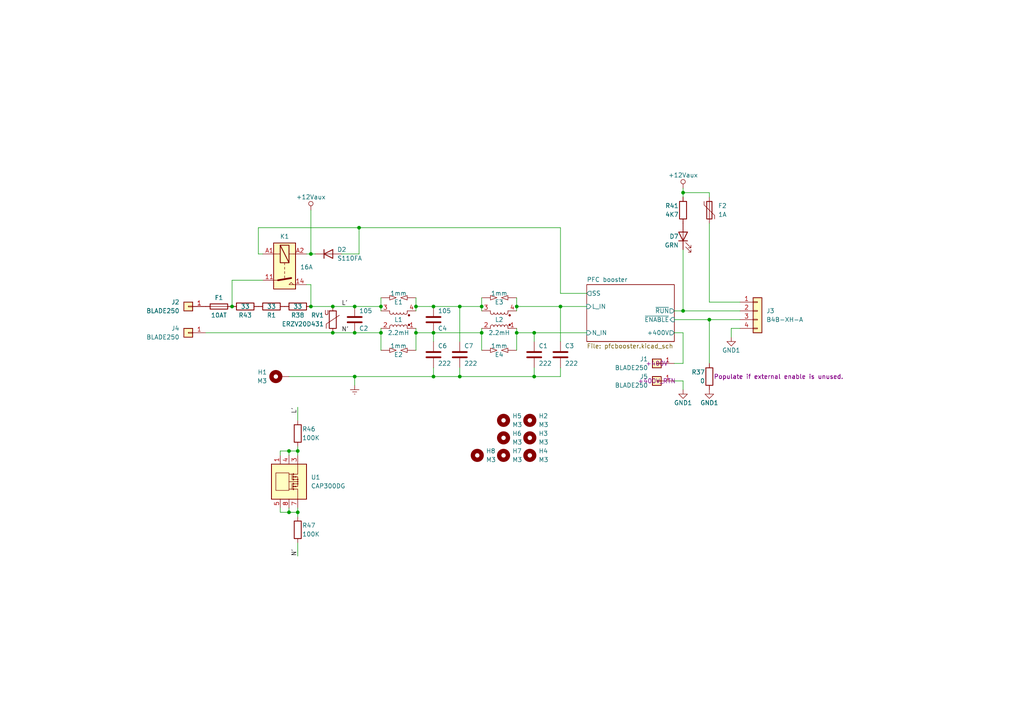
<source format=kicad_sch>
(kicad_sch (version 20231120) (generator "eeschema") (generator_version "8.0")
  (paper "A4")
  (title_block (title "Configurable 1.2kW PFC booster") (date "2025-01-03") (comment 1 "Released under CERN 0HL 2.0-S") (comment 2 "Copyright Taiyo Rawle 2025"))
  (lib_symbols
    (symbol "Connector_Generic:Conn_01x01" (pin_names (offset 1.016) hide)
      (property "Reference" "J" (at 0 2.54 0))
      (property "Value" "Conn_01x01" (at 0 -2.54 0))
      (symbol "Conn_01x01_1_1"
        (rectangle (start -1.27 0.127) (end 0 -0.127) (stroke (width 0.1524)))
        (rectangle (start -1.27 1.27) (end 1.27 -1.27) (stroke (width 0.254)) (fill (type background)))
        (pin passive line (at -5.08 0 0) (length 3.81) (name "Pin_1") (number "1"))
      )
    )
    (symbol "Connector_Generic:Conn_01x04" (pin_names (offset 1.016) hide)
      (property "Reference" "J" (at 0 5.08 0))
      (property "Value" "Conn_01x04" (at 0 -7.62 0))
      (symbol "Conn_01x04_1_1"
        (rectangle (start -1.27 -4.953) (end 0 -5.207) (stroke (width 0.1524)))
        (rectangle (start -1.27 -2.413) (end 0 -2.667) (stroke (width 0.1524)))
        (rectangle (start -1.27 0.127) (end 0 -0.127) (stroke (width 0.1524)))
        (rectangle (start -1.27 2.667) (end 0 2.413) (stroke (width 0.1524)))
        (rectangle (start -1.27 3.81) (end 1.27 -6.35) (stroke (width 0.254)) (fill (type background)))
        (pin passive line (at -5.08 2.54 0) (length 3.81) (name "Pin_1") (number "1"))
        (pin passive line (at -5.08 0 0) (length 3.81) (name "Pin_2") (number "2"))
        (pin passive line (at -5.08 -2.54 0) (length 3.81) (name "Pin_3") (number "3"))
        (pin passive line (at -5.08 -5.08 0) (length 3.81) (name "Pin_4") (number "4"))
      )
    )
    (symbol "Device:C" (pin_numbers hide) (pin_names (offset 0.254))
      (property "Reference" "C" (at 0.635 2.54 0))
      (property "Value" "C" (at 0.635 -2.54 0))
      (symbol "C_0_1"
        (polyline (pts (xy -2.032 -0.762) (xy 2.032 -0.762)) (stroke (width 0.508)))
        (polyline (pts (xy -2.032 0.762) (xy 2.032 0.762)) (stroke (width 0.508)))
      )
      (symbol "C_1_1"
        (pin passive line (at 0 3.81 270) (length 2.794) (name "~") (number "1"))
        (pin passive line (at 0 -3.81 90) (length 2.794) (name "~") (number "2"))
      )
    )
    (symbol "Device:D" (pin_numbers hide) (pin_names (offset 1.016) hide)
      (property "Reference" "D" (at 0 2.54 0))
      (property "Value" "D" (at 0 -2.54 0))
      (symbol "D_0_1"
        (polyline (pts (xy -1.27 1.27) (xy -1.27 -1.27)) (stroke (width 0.254)))
        (polyline (pts (xy 1.27 0) (xy -1.27 0)))
        (polyline (pts (xy 1.27 1.27) (xy 1.27 -1.27) (xy -1.27 0) (xy 1.27 1.27)) (stroke (width 0.254)))
      )
      (symbol "D_1_1"
        (pin passive line (at -3.81 0 0) (length 2.54) (name "K") (number "1"))
        (pin passive line (at 3.81 0 180) (length 2.54) (name "A") (number "2"))
      )
    )
    (symbol "Device:Fuse" (pin_numbers hide) (pin_names (offset 0))
      (property "Reference" "F" (at 2.032 0 90))
      (property "Value" "Fuse" (at -1.905 0 90))
      (symbol "Fuse_0_1"
        (rectangle (start -0.762 -2.54) (end 0.762 2.54) (stroke (width 0.254)))
        (polyline (pts (xy 0 2.54) (xy 0 -2.54)))
      )
      (symbol "Fuse_1_1"
        (pin passive line (at 0 3.81 270) (length 1.27) (name "~") (number "1"))
        (pin passive line (at 0 -3.81 90) (length 1.27) (name "~") (number "2"))
      )
    )
    (symbol "Device:LED" (pin_numbers hide) (pin_names (offset 1.016) hide)
      (property "Reference" "D" (at 0 2.54 0))
      (property "Value" "LED" (at 0 -2.54 0))
      (symbol "LED_0_1"
        (polyline (pts (xy -1.27 -1.27) (xy -1.27 1.27)) (stroke (width 0.254)))
        (polyline (pts (xy -1.27 0) (xy 1.27 0)))
        (polyline (pts (xy 1.27 -1.27) (xy 1.27 1.27) (xy -1.27 0) (xy 1.27 -1.27)) (stroke (width 0.254)))
        (polyline (pts (xy -3.048 -0.762) (xy -4.572 -2.286) (xy -3.81 -2.286) (xy -4.572 -2.286) (xy -4.572 -1.524)))
        (polyline (pts (xy -1.778 -0.762) (xy -3.302 -2.286) (xy -2.54 -2.286) (xy -3.302 -2.286) (xy -3.302 -1.524)))
      )
      (symbol "LED_1_1"
        (pin passive line (at -3.81 0 0) (length 2.54) (name "K") (number "1"))
        (pin passive line (at 3.81 0 180) (length 2.54) (name "A") (number "2"))
      )
    )
    (symbol "Device:L_Coupled_1243" (pin_names (offset 0.254) hide)
      (property "Reference" "L" (at 0 4.445 0))
      (property "Value" "L_Coupled_1243" (at 0 -4.445 0))
      (symbol "L_Coupled_1243_0_1"
        (circle (center -3.048 -1.27) (radius 0.254) (fill (type outline)))
        (circle (center -3.048 1.524) (radius 0.254) (fill (type outline)))
        (arc (start -2.54 2.032) (mid -2.032 1.5262) (end -1.524 2.032))
        (arc (start -1.524 -2.032) (mid -2.032 -1.5262) (end -2.54 -2.032))
        (arc (start -1.524 2.032) (mid -1.016 1.5262) (end -0.508 2.032))
        (arc (start -0.508 -2.032) (mid -1.016 -1.5262) (end -1.524 -2.032))
        (arc (start -0.508 2.032) (mid 0 1.5262) (end 0.508 2.032))
        (polyline (pts (xy -2.54 -2.032) (xy -2.54 -2.54)))
        (polyline (pts (xy -2.54 2.032) (xy -2.54 2.54)))
        (polyline (pts (xy 2.54 -2.032) (xy 2.54 -2.54)))
        (polyline (pts (xy 2.54 2.54) (xy 2.54 2.032)))
        (arc (start 0.508 -2.032) (mid 0 -1.5262) (end -0.508 -2.032))
        (arc (start 0.508 2.032) (mid 1.016 1.5262) (end 1.524 2.032))
        (arc (start 1.524 -2.032) (mid 1.016 -1.5262) (end 0.508 -2.032))
        (arc (start 1.524 2.032) (mid 2.032 1.5262) (end 2.54 2.032))
        (arc (start 2.54 -2.032) (mid 2.032 -1.5262) (end 1.524 -2.032))
      )
      (symbol "L_Coupled_1243_1_1"
        (pin passive line (at -5.08 2.54 0) (length 2.54) (name "1") (number "1"))
        (pin passive line (at 5.08 2.54 180) (length 2.54) (name "2") (number "2"))
        (pin passive line (at 5.08 -2.54 180) (length 2.54) (name "3") (number "3"))
        (pin passive line (at -5.08 -2.54 0) (length 2.54) (name "4") (number "4"))
      )
    )
    (symbol "Device:Polyfuse" (pin_numbers hide) (pin_names (offset 0))
      (property "Reference" "F" (at -2.54 0 90))
      (property "Value" "Polyfuse" (at 2.54 0 90))
      (symbol "Polyfuse_0_1"
        (rectangle (start -0.762 2.54) (end 0.762 -2.54) (stroke (width 0.254)))
        (polyline (pts (xy 0 2.54) (xy 0 -2.54)))
        (polyline (pts (xy -1.524 2.54) (xy -1.524 1.524) (xy 1.524 -1.524) (xy 1.524 -2.54)))
      )
      (symbol "Polyfuse_1_1"
        (pin passive line (at 0 3.81 270) (length 1.27) (name "~") (number "1"))
        (pin passive line (at 0 -3.81 90) (length 1.27) (name "~") (number "2"))
      )
    )
    (symbol "Device:R" (pin_numbers hide) (pin_names (offset 0))
      (property "Reference" "R" (at 2.032 0 90))
      (property "Value" "R" (at 0 0 90))
      (symbol "R_0_1"
        (rectangle (start -1.016 -2.54) (end 1.016 2.54) (stroke (width 0.254)))
      )
      (symbol "R_1_1"
        (pin passive line (at 0 3.81 270) (length 1.27) (name "~") (number "1"))
        (pin passive line (at 0 -3.81 90) (length 1.27) (name "~") (number "2"))
      )
    )
    (symbol "Device:SparkGap" (pin_numbers hide) (pin_names (offset 0))
      (property "Reference" "E" (at 0 2.032 0))
      (property "Value" "SparkGap" (at 0 -1.905 0))
      (symbol "SparkGap_0_1"
        (polyline (pts (xy -2.54 0.635) (xy -2.54 -0.635) (xy -0.635 0) (xy -2.54 0.635)))
        (polyline (pts (xy 2.54 0.635) (xy 2.54 -0.635) (xy 0.635 0) (xy 2.54 0.635)))
      )
      (symbol "SparkGap_1_1"
        (pin passive line (at -5.08 0 0) (length 2.54) (name "~") (number "1"))
        (pin passive line (at 5.08 0 180) (length 2.54) (name "~") (number "2"))
      )
    )
    (symbol "Device:Varistor" (pin_numbers hide) (pin_names (offset 0))
      (property "Reference" "RV" (at 3.175 0 90))
      (property "Value" "Varistor" (at -3.175 0 90))
      (symbol "Varistor_0_0"
        (text "U" (at -1.778 -2.032 0) (effects (font (size 1.27 1.27))))
      )
      (symbol "Varistor_0_1"
        (rectangle (start -1.016 -2.54) (end 1.016 2.54) (stroke (width 0.254)))
        (polyline (pts (xy -1.905 2.54) (xy -1.905 1.27) (xy 1.905 -1.27)))
      )
      (symbol "Varistor_1_1"
        (pin passive line (at 0 3.81 270) (length 1.27) (name "~") (number "1"))
        (pin passive line (at 0 -3.81 90) (length 1.27) (name "~") (number "2"))
      )
    )
    (symbol "HR-parts:+12Vaux" (power) (pin_numbers hide) (pin_names (offset 0))
      (property "Value" "+12Vaux" (at 0 3.81 0))
      (symbol "+12Vaux_0_0"
        (pin power_in line (at 0 0 90) (length 0) hide (name "+12Vaux") (number "1"))
      )
      (symbol "+12Vaux_0_1"
        (polyline (pts (xy 0 0) (xy 0 1.27)))
        (circle (center 0 1.905) (radius 0.635))
      )
    )
    (symbol "HR-parts:RELAY_GENERIC_SPNO"
      (property "Reference" "K" (at 0 8.89 0))
      (property "Value" "RELAY_GENERIC_SPNO" (at 0 -8.89 0))
      (symbol "RELAY_GENERIC_SPNO_0_1"
        (rectangle (start -3.175 6.985) (end 3.175 -6.35) (stroke (width 0.254)) (fill (type background)))
        (rectangle (start -1.27 6.35) (end 1.27 1.27) (stroke (width 0.254)))
        (polyline (pts (xy -2.54 3.81) (xy -1.27 3.81)))
        (polyline (pts (xy -1.905 -3.81) (xy -2.54 -3.81)))
        (polyline (pts (xy -1.905 -3.81) (xy 1.905 -3.175)) (stroke (width 0.508)))
        (polyline (pts (xy -1.27 6.35) (xy 1.27 1.27)) (stroke (width 0.254)))
        (polyline (pts (xy 0 -2.54) (xy 0 -3.175)))
        (polyline (pts (xy 0 -1.27) (xy 0 -1.905)))
        (polyline (pts (xy 0 0) (xy 0 -0.635)))
        (polyline (pts (xy 0 1.27) (xy 0 0.635)))
        (polyline (pts (xy 2.54 3.81) (xy 1.27 3.81)))
        (polyline (pts (xy 2.54 -5.08) (xy 1.27 -5.08) (xy 1.905 -4.445) (xy 2.54 -5.08)))
      )
      (symbol "RELAY_GENERIC_SPNO_1_1"
        (pin passive line (at -6.35 -3.81 0) (length 3.81) (name "") (number "11"))
        (pin passive line (at 6.35 -5.08 180) (length 3.81) (name "") (number "14"))
        (pin passive line (at -6.35 3.81 0) (length 3.81) (name "") (number "A1"))
        (pin passive line (at 6.35 3.81 180) (length 3.81) (name "") (number "A2"))
      )
    )
    (symbol "Mechanical:MountingHole" (pin_names (offset 1.016))
      (property "Reference" "H" (at 0 5.08 0))
      (property "Value" "MountingHole" (at 0 3.175 0))
      (symbol "MountingHole_0_1"
        (circle (center 0 0) (radius 1.27) (stroke (width 1.27)))
      )
    )
    (symbol "Mechanical:MountingHole_Pad" (pin_numbers hide) (pin_names (offset 1.016) hide)
      (property "Reference" "H" (at 0 6.35 0))
      (property "Value" "MountingHole_Pad" (at 0 4.445 0))
      (symbol "MountingHole_Pad_0_1"
        (circle (center 0 1.27) (radius 1.27) (stroke (width 1.27)))
      )
      (symbol "MountingHole_Pad_1_1"
        (pin input line (at 0 -2.54 90) (length 2.54) (name "1") (number "1"))
      )
    )
    (symbol "Power_Management:CAP300DG" (pin_names (offset 1.27))
      (property "Reference" "U" (at 3.81 8.89 0))
      (property "Value" "CAP300DG" (at 3.81 6.35 0))
      (symbol "CAP300DG_0_1"
        (rectangle (start -5.08 5.08) (end 5.08 -5.08) (stroke (width 0.254)) (fill (type background)))
        (rectangle (start -3.81 2.54) (end 0 -2.54))
        (polyline (pts (xy 0.889 -2.159) (xy 0 -2.159)))
        (polyline (pts (xy 0.889 -0.508) (xy 0.889 -2.286)))
        (polyline (pts (xy 0.889 2.159) (xy 0 2.159)))
        (polyline (pts (xy 0.889 2.286) (xy 0.889 0.508)))
        (polyline (pts (xy 1.27 -2.159) (xy 2.54 -2.159)))
        (polyline (pts (xy 1.27 2.159) (xy 2.54 2.159)))
        (polyline (pts (xy 2.413 0) (xy 0 0)))
        (polyline (pts (xy 2.54 -2.159) (xy 2.54 -5.08)))
        (polyline (pts (xy 1.27 -2.032) (xy 1.27 -2.286) (xy 1.27 -2.286)) (stroke (width 0.3556)))
        (polyline (pts (xy 1.27 -1.27) (xy 1.27 -1.524) (xy 1.27 -1.524)) (stroke (width 0.3556)))
        (polyline (pts (xy 1.27 0.762) (xy 1.27 0.508) (xy 1.27 0.508)) (stroke (width 0.3556)))
        (polyline (pts (xy 1.27 1.524) (xy 1.27 1.27) (xy 1.27 1.27)) (stroke (width 0.3556)))
        (polyline (pts (xy 1.27 2.286) (xy 1.27 2.032) (xy 1.27 2.032)) (stroke (width 0.3556)))
        (polyline (pts (xy 1.397 -1.397) (xy 2.54 -1.397) (xy 2.54 -0.635)))
        (polyline (pts (xy 1.397 1.397) (xy 2.54 1.397) (xy 2.54 0.635)))
        (polyline (pts (xy 2.54 2.159) (xy 2.54 5.08) (xy 2.54 3.175)))
        (polyline (pts (xy 1.397 -0.635) (xy 2.54 -0.635) (xy 2.54 0.635) (xy 1.397 0.635)))
        (polyline (pts (xy 1.524 -1.397) (xy 2.032 -1.27) (xy 2.032 -1.524) (xy 1.524 -1.397)))
        (polyline (pts (xy 1.524 1.397) (xy 2.032 1.524) (xy 2.032 1.27) (xy 1.524 1.397)))
        (circle (center 2.54 -0.635) (radius 0.127))
        (circle (center 2.54 0) (radius 0.127))
        (circle (center 2.54 0.635) (radius 0.127))
      )
      (symbol "CAP300DG_1_1"
        (polyline (pts (xy 1.27 -0.508) (xy 1.27 -0.762)) (stroke (width 0.3556)))
        (pin passive line (at -2.54 7.62 270) (length 2.54) (name "~") (number "1"))
        (pin passive line (at 2.54 7.62 270) (length 2.54) hide (name "~") (number "2"))
        (pin passive line (at 2.54 7.62 270) (length 2.54) (name "~") (number "3"))
        (pin passive line (at 0 7.62 270) (length 2.54) (name "~") (number "4"))
        (pin passive line (at -2.54 -7.62 90) (length 2.54) (name "~") (number "5"))
        (pin passive line (at 2.54 -7.62 90) (length 2.54) hide (name "~") (number "6"))
        (pin passive line (at 2.54 -7.62 90) (length 2.54) (name "~") (number "7"))
        (pin passive line (at 0 -7.62 90) (length 2.54) (name "~") (number "8"))
      )
    )
    (symbol "power:Earth" (power) (pin_names (offset 0))
      (symbol "Earth_0_1"
        (polyline (pts (xy -0.635 -1.905) (xy 0.635 -1.905)))
        (polyline (pts (xy -0.127 -2.54) (xy 0.127 -2.54)))
        (polyline (pts (xy 0 -1.27) (xy 0 0)))
        (polyline (pts (xy 1.27 -1.27) (xy -1.27 -1.27)))
      )
      (symbol "Earth_1_1"
        (pin power_in line (at 0 0 270) (length 0) hide (name "Earth") (number "1"))
      )
    )
    (symbol "power:GND1" (power) (pin_names (offset 0))
      (property "Value" "GND1" (at 0 -3.81 0))
      (symbol "GND1_0_1"
        (polyline (pts (xy 0 0) (xy 0 -1.27) (xy 1.27 -1.27) (xy 0 -2.54) (xy -1.27 -1.27) (xy 0 -1.27)))
      )
      (symbol "GND1_1_1"
        (pin power_in line (at 0 0 270) (length 0) hide (name "GND1") (number "1"))
      )
    )
  )
  (junction (at 90.17 73.66))
  (junction (at 102.87 88.9))
  (junction (at 149.86 96.52))
  (junction (at 198.12 90.17))
  (junction (at 154.94 96.52))
  (junction (at 154.94 109.22))
  (junction (at 83.82 130.81))
  (junction (at 139.7 96.52))
  (junction (at 120.65 96.52))
  (junction (at 83.82 148.59))
  (junction (at 102.87 96.52))
  (junction (at 125.73 109.22))
  (junction (at 133.35 88.9))
  (junction (at 133.35 109.22))
  (junction (at 125.73 96.52))
  (junction (at 139.7 88.9))
  (junction (at 86.36 148.59))
  (junction (at 90.17 88.9))
  (junction (at 205.74 92.71))
  (junction (at 67.31 88.9))
  (junction (at 110.49 88.9))
  (junction (at 149.86 88.9))
  (junction (at 162.56 88.9))
  (junction (at 102.87 109.22))
  (junction (at 96.52 96.52))
  (junction (at 104.14 66.04))
  (junction (at 125.73 88.9))
  (junction (at 110.49 96.52))
  (junction (at 96.52 88.9))
  (junction (at 198.12 55.88))
  (junction (at 120.65 88.9))
  (junction (at 86.36 130.81))
  (wire (pts (xy 149.86 95.25) (xy 149.86 96.52)))
  (wire (pts (xy 162.56 88.9) (xy 162.56 99.06)))
  (wire (pts (xy 139.7 95.25) (xy 139.7 96.52)))
  (wire (pts (xy 120.65 95.25) (xy 120.65 96.52)))
  (wire (pts (xy 154.94 96.52) (xy 170.18 96.52)))
  (wire (pts (xy 195.58 90.17) (xy 198.12 90.17)))
  (wire (pts (xy 86.36 157.48) (xy 86.36 161.29)))
  (wire (pts (xy 76.2 73.66) (xy 74.93 73.66)))
  (wire (pts (xy 110.49 96.52) (xy 110.49 101.6)))
  (wire (pts (xy 110.49 95.25) (xy 110.49 96.52)))
  (wire (pts (xy 120.65 96.52) (xy 125.73 96.52)))
  (wire (pts (xy 133.35 109.22) (xy 133.35 106.68)))
  (wire (pts (xy 83.82 130.81) (xy 83.82 132.08)))
  (wire (pts (xy 110.49 86.36) (xy 110.49 88.9)))
  (wire (pts (xy 90.17 73.66) (xy 91.44 73.66)))
  (wire (pts (xy 125.73 109.22) (xy 133.35 109.22)))
  (wire (pts (xy 205.74 64.77) (xy 205.74 87.63)))
  (wire (pts (xy 133.35 109.22) (xy 154.94 109.22)))
  (wire (pts (xy 86.36 129.54) (xy 86.36 130.81)))
  (wire (pts (xy 74.93 73.66) (xy 74.93 66.04)))
  (wire (pts (xy 88.9 73.66) (xy 90.17 73.66)))
  (wire (pts (xy 205.74 92.71) (xy 205.74 105.41)))
  (wire (pts (xy 198.12 55.88) (xy 198.12 57.15)))
  (wire (pts (xy 154.94 109.22) (xy 162.56 109.22)))
  (wire (pts (xy 86.36 148.59) (xy 86.36 149.86)))
  (wire (pts (xy 125.73 88.9) (xy 120.65 88.9)))
  (wire (pts (xy 88.9 82.55) (xy 90.17 82.55)))
  (wire (pts (xy 125.73 96.52) (xy 125.73 99.06)))
  (wire (pts (xy 120.65 88.9) (xy 120.65 90.17)))
  (wire (pts (xy 81.28 130.81) (xy 83.82 130.81)))
  (wire (pts (xy 83.82 130.81) (xy 86.36 130.81)))
  (wire (pts (xy 83.82 109.22) (xy 102.87 109.22)))
  (wire (pts (xy 81.28 147.32) (xy 81.28 148.59)))
  (wire (pts (xy 205.74 55.88) (xy 205.74 57.15)))
  (wire (pts (xy 125.73 106.68) (xy 125.73 109.22)))
  (wire (pts (xy 133.35 88.9) (xy 133.35 99.06)))
  (wire (pts (xy 133.35 88.9) (xy 139.7 88.9)))
  (wire (pts (xy 99.06 73.66) (xy 104.14 73.66)))
  (wire (pts (xy 205.74 87.63) (xy 214.63 87.63)))
  (wire (pts (xy 104.14 73.66) (xy 104.14 66.04)))
  (wire (pts (xy 195.58 92.71) (xy 205.74 92.71)))
  (wire (pts (xy 102.87 109.22) (xy 102.87 111.76)))
  (wire (pts (xy 120.65 86.36) (xy 120.65 88.9)))
  (wire (pts (xy 90.17 82.55) (xy 90.17 88.9)))
  (wire (pts (xy 83.82 147.32) (xy 83.82 148.59)))
  (wire (pts (xy 162.56 88.9) (xy 170.18 88.9)))
  (wire (pts (xy 139.7 86.36) (xy 139.7 88.9)))
  (wire (pts (xy 198.12 90.17) (xy 214.63 90.17)))
  (wire (pts (xy 96.52 88.9) (xy 102.87 88.9)))
  (wire (pts (xy 125.73 88.9) (xy 133.35 88.9)))
  (wire (pts (xy 139.7 96.52) (xy 139.7 101.6)))
  (wire (pts (xy 102.87 109.22) (xy 125.73 109.22)))
  (wire (pts (xy 162.56 109.22) (xy 162.56 106.68)))
  (wire (pts (xy 198.12 105.41) (xy 195.58 105.41)))
  (wire (pts (xy 59.69 96.52) (xy 96.52 96.52)))
  (wire (pts (xy 198.12 96.52) (xy 198.12 105.41)))
  (wire (pts (xy 96.52 96.52) (xy 102.87 96.52)))
  (wire (pts (xy 86.36 148.59) (xy 86.36 147.32)))
  (wire (pts (xy 170.18 85.09) (xy 162.56 85.09)))
  (wire (pts (xy 154.94 109.22) (xy 154.94 106.68)))
  (wire (pts (xy 90.17 88.9) (xy 96.52 88.9)))
  (wire (pts (xy 195.58 110.49) (xy 198.12 110.49)))
  (wire (pts (xy 81.28 132.08) (xy 81.28 130.81)))
  (wire (pts (xy 198.12 110.49) (xy 198.12 113.03)))
  (wire (pts (xy 125.73 96.52) (xy 139.7 96.52)))
  (wire (pts (xy 214.63 95.25) (xy 212.09 95.25)))
  (wire (pts (xy 198.12 72.39) (xy 198.12 90.17)))
  (wire (pts (xy 120.65 96.52) (xy 120.65 101.6)))
  (wire (pts (xy 81.28 148.59) (xy 83.82 148.59)))
  (wire (pts (xy 162.56 66.04) (xy 162.56 85.09)))
  (wire (pts (xy 149.86 86.36) (xy 149.86 88.9)))
  (wire (pts (xy 83.82 148.59) (xy 86.36 148.59)))
  (wire (pts (xy 149.86 88.9) (xy 162.56 88.9)))
  (wire (pts (xy 104.14 66.04) (xy 162.56 66.04)))
  (wire (pts (xy 67.31 81.28) (xy 67.31 88.9)))
  (wire (pts (xy 205.74 92.71) (xy 214.63 92.71)))
  (wire (pts (xy 90.17 60.96) (xy 90.17 73.66)))
  (wire (pts (xy 110.49 88.9) (xy 110.49 90.17)))
  (wire (pts (xy 139.7 88.9) (xy 139.7 90.17)))
  (wire (pts (xy 149.86 96.52) (xy 154.94 96.52)))
  (wire (pts (xy 86.36 130.81) (xy 86.36 132.08)))
  (wire (pts (xy 102.87 96.52) (xy 110.49 96.52)))
  (wire (pts (xy 195.58 96.52) (xy 198.12 96.52)))
  (wire (pts (xy 74.93 66.04) (xy 104.14 66.04)))
  (wire (pts (xy 198.12 54.61) (xy 198.12 55.88)))
  (wire (pts (xy 110.49 88.9) (xy 102.87 88.9)))
  (wire (pts (xy 67.31 81.28) (xy 76.2 81.28)))
  (wire (pts (xy 154.94 96.52) (xy 154.94 99.06)))
  (wire (pts (xy 149.86 96.52) (xy 149.86 101.6)))
  (wire (pts (xy 198.12 55.88) (xy 205.74 55.88)))
  (wire (pts (xy 212.09 95.25) (xy 212.09 97.79)))
  (wire (pts (xy 86.36 118.11) (xy 86.36 121.92)))
  (wire (pts (xy 149.86 88.9) (xy 149.86 90.17)))
  (label "N'" (at 86.36 161.29 90))
  (label "L'" (at 86.36 118.11 270))
  (label "L'" (at 99.06 88.9 0))
  (label "N'" (at 99.06 96.52 0))
  (symbol (lib_id "Device:C") (at 125.73 92.71 0) (mirror x) (unit 1)
    (property "Reference" "C4" (at 127 95.25 0) (effects (justify left)))
    (property "Value" "105" (at 127 90.17 0) (effects (justify left)))
    (property "Footprint" "Capacitor_THT:C_Rect_L26.5mm_W11.5mm_P22.50mm_MKS4" (effects (hide yes)))
  )
  (symbol (lib_id "Device:R") (at 86.36 153.67 0) (unit 1)
    (property "Reference" "R47" (at 87.63 152.4 0) (effects (justify left)))
    (property "Value" "100K" (at 87.63 154.94 0) (effects (justify left)))
    (property "Footprint" "Resistor_SMD:R_1210_3225Metric" (effects (hide yes)))
    (property "Description" "Resistor" (effects (hide yes)))
  )
  (symbol (lib_id "Connector_Generic:Conn_01x01") (at 190.5 110.49 0) (mirror y) (unit 1)
    (property "Reference" "J5" (at 187.96 109.22 0) (effects (justify left)))
    (property "Value" "BLADE250" (at 187.96 111.76 0) (effects (justify left)))
    (property "Footprint" "HR_Parts:CON-BLADE250-VERTICAL" (effects (hide yes)))
    (property "Function" "+400V_RTN" (at 190.5 110.49 0))
  )
  (symbol (lib_id "Device:R") (at 86.36 88.9 90) (mirror x) (unit 1)
    (property "Reference" "R38" (at 86.36 91.44 90))
    (property "Value" "33" (at 86.36 88.9 90))
    (property "Footprint" "Resistor_THT:R_Axial_DIN0617_L17.0mm_D6.0mm_P5.08mm_Vertical" (effects (hide yes)))
  )
  (symbol (lib_id "Device:D") (at 95.25 73.66 0) (unit 1)
    (property "Reference" "D2" (at 97.79 72.39 0) (effects (justify left)))
    (property "Value" "S110FA" (at 97.79 74.93 0) (effects (justify left)))
    (property "Footprint" "Diode_SMD:D_SOD-123" (effects (hide yes)))
  )
  (symbol (lib_id "Mechanical:MountingHole") (at 146.05 132.08 0) (unit 1)
    (property "Reference" "H7" (at 148.59 130.8099 0) (effects (justify left)))
    (property "Value" "M3" (at 148.59 133.3499 0) (effects (justify left)))
    (property "Footprint" "MountingHole:MountingHole_3.2mm_M3" (effects (hide yes)))
  )
  (symbol (lib_id "Device:R") (at 205.74 109.22 0) (unit 1)
    (property "Reference" "R37" (at 204.47 107.95 0) (effects (justify right)))
    (property "Value" "0" (at 204.47 110.49 0) (effects (justify right)))
    (property "Footprint" "Resistor_SMD:R_0805_2012Metric" (effects (hide yes)))
    (property "Comment" "Populate if external enable is unused." (at 207.01 109.22 0) (effects (justify left)))
  )
  (symbol (lib_id "Device:Varistor") (at 96.52 92.71 0) (mirror x) (unit 1)
    (property "Reference" "RV1" (at 93.98 91.44 0) (effects (justify right)))
    (property "Value" "ERZV20D431" (at 93.98 93.98 0) (effects (justify right)))
    (property "Footprint" "Varistor:RV_Disc_D21.5mm_W4.7mm_P10mm" (effects (hide yes)))
  )
  (symbol (lib_id "Device:SparkGap") (at 144.78 86.36 0) (mirror x) (unit 1)
    (property "Reference" "E3" (at 144.78 87.63 0))
    (property "Value" "1mm" (at 144.78 85.09 0))
    (property "Footprint" "HR_Parts:SG_6MM_3SPIKE_GAP1MM" (effects (hide yes)))
  )
  (symbol (lib_id "power:GND1") (at 212.09 97.79 0) (unit 1)
    (property "Reference" "#PWR018" (effects (hide yes)))
    (property "Value" "GND1" (at 212.09 101.6 0))
  )
  (symbol (lib_id "Device:C") (at 133.35 102.87 0) (unit 1)
    (property "Reference" "C7" (at 134.62 100.33 0) (effects (justify left)))
    (property "Value" "222" (at 134.62 105.41 0) (effects (justify left)))
    (property "Footprint" "Capacitor_THT:C_Disc_D10.5mm_W5.0mm_P10.00mm" (effects (hide yes)))
  )
  (symbol (lib_id "Device:R") (at 198.12 60.96 0) (unit 1)
    (property "Reference" "R41" (at 196.85 59.69 0) (effects (justify right)))
    (property "Value" "4K7" (at 196.85 62.23 0) (effects (justify right)))
    (property "Footprint" "Resistor_SMD:R_0805_2012Metric" (effects (hide yes)))
  )
  (symbol (lib_id "Device:C") (at 125.73 102.87 0) (unit 1)
    (property "Reference" "C6" (at 127 100.33 0) (effects (justify left)))
    (property "Value" "222" (at 127 105.41 0) (effects (justify left)))
    (property "Footprint" "Capacitor_THT:C_Disc_D10.5mm_W5.0mm_P10.00mm" (effects (hide yes)))
  )
  (symbol (lib_id "Mechanical:MountingHole") (at 153.67 127 0) (unit 1)
    (property "Reference" "H3" (at 156.21 125.7299 0) (effects (justify left)))
    (property "Value" "M3" (at 156.21 128.2699 0) (effects (justify left)))
    (property "Footprint" "MountingHole:MountingHole_3.2mm_M3" (effects (hide yes)))
  )
  (symbol (lib_id "power:Earth") (at 102.87 111.76 0) (unit 1)
    (property "Reference" "#PWR05" (effects (hide yes)))
    (property "Value" "Earth" (effects (hide yes)))
  )
  (symbol (lib_id "Mechanical:MountingHole_Pad") (at 81.28 109.22 90) (unit 1)
    (property "Reference" "H1" (at 77.47 107.95 90) (effects (justify left)))
    (property "Value" "M3" (at 77.47 110.49 90) (effects (justify left)))
    (property "Footprint" "MountingHole:MountingHole_3.2mm_M3_Pad" (effects (hide yes)))
  )
  (symbol (lib_id "Connector_Generic:Conn_01x01") (at 54.61 96.52 0) (mirror y) (unit 1)
    (property "Reference" "J4" (at 52.07 95.25 0) (effects (justify left)))
    (property "Value" "BLADE250" (at 52.07 97.79 0) (effects (justify left)))
    (property "Footprint" "HR_Parts:CON-BLADE250-VERTICAL" (effects (hide yes)))
  )
  (symbol (lib_id "Mechanical:MountingHole") (at 153.67 121.92 0) (unit 1)
    (property "Reference" "H2" (at 156.21 120.6499 0) (effects (justify left)))
    (property "Value" "M3" (at 156.21 123.1899 0) (effects (justify left)))
    (property "Footprint" "MountingHole:MountingHole_3.2mm_M3" (effects (hide yes)))
  )
  (symbol (lib_id "Connector_Generic:Conn_01x01") (at 190.5 105.41 0) (mirror y) (unit 1)
    (property "Reference" "J1" (at 187.96 104.14 0) (effects (justify left)))
    (property "Value" "BLADE250" (at 187.96 106.68 0) (effects (justify left)))
    (property "Footprint" "HR_Parts:CON-BLADE250-VERTICAL" (effects (hide yes)))
    (property "Function" "+400V" (at 190.5 105.41 0))
  )
  (symbol (lib_id "Device:R") (at 86.36 125.73 0) (unit 1)
    (property "Reference" "R46" (at 87.63 124.46 0) (effects (justify left)))
    (property "Value" "100K" (at 87.63 127 0) (effects (justify left)))
    (property "Footprint" "Resistor_SMD:R_1210_3225Metric" (effects (hide yes)))
    (property "Description" "Resistor" (effects (hide yes)))
  )
  (symbol (lib_id "Device:L_Coupled_1243") (at 144.78 92.71 180) (unit 1)
    (property "Reference" "L2" (at 144.78 92.71 0))
    (property "Value" "2.2mH" (at 144.78 96.52 0))
    (property "Footprint" "Inductor_THT:L_CommonMode_Toroid_Vertical_L30.5mm_W15.2mm_Px10.16mm_Py20.32mm_Bourns_8100" (effects (hide yes)))
  )
  (symbol (lib_id "power:GND1") (at 205.74 113.03 0) (unit 1)
    (property "Reference" "#PWR08" (effects (hide yes)))
    (property "Value" "GND1" (at 205.74 116.84 0))
  )
  (symbol (lib_id "Device:Polyfuse") (at 205.74 60.96 0) (unit 1)
    (property "Reference" "F2" (at 208.28 59.69 0) (effects (justify left)))
    (property "Value" "1A" (at 208.28 62.23 0) (effects (justify left)))
    (property "Footprint" "Fuse:Fuse_1210_3225Metric" (effects (hide yes)))
  )
  (symbol (lib_id "Device:R") (at 78.74 88.9 90) (mirror x) (unit 1)
    (property "Reference" "R1" (at 78.74 91.44 90))
    (property "Value" "33" (at 78.74 88.9 90))
    (property "Footprint" "Resistor_THT:R_Axial_DIN0617_L17.0mm_D6.0mm_P5.08mm_Vertical" (effects (hide yes)))
  )
  (symbol (lib_id "Mechanical:MountingHole") (at 153.67 132.08 0) (unit 1)
    (property "Reference" "H4" (at 156.21 130.8099 0) (effects (justify left)))
    (property "Value" "M3" (at 156.21 133.3499 0) (effects (justify left)))
    (property "Footprint" "MountingHole:MountingHole_3.2mm_M3" (effects (hide yes)))
  )
  (symbol (lib_id "Device:R") (at 71.12 88.9 90) (mirror x) (unit 1)
    (property "Reference" "R43" (at 71.12 91.44 90))
    (property "Value" "33" (at 71.12 88.9 90))
    (property "Footprint" "Resistor_THT:R_Axial_DIN0617_L17.0mm_D6.0mm_P5.08mm_Vertical" (effects (hide yes)))
  )
  (symbol (lib_id "Device:SparkGap") (at 115.57 101.6 0) (mirror x) (unit 1)
    (property "Reference" "E2" (at 115.57 102.87 0))
    (property "Value" "1mm" (at 115.57 100.33 0))
    (property "Footprint" "HR_Parts:SG_6MM_3SPIKE_GAP1MM" (effects (hide yes)))
  )
  (symbol (lib_id "Device:C") (at 154.94 102.87 0) (unit 1)
    (property "Reference" "C1" (at 156.21 100.33 0) (effects (justify left)))
    (property "Value" "222" (at 156.21 105.41 0) (effects (justify left)))
    (property "Footprint" "Capacitor_THT:C_Disc_D10.5mm_W5.0mm_P10.00mm" (effects (hide yes)))
  )
  (symbol (lib_id "HR-parts:+12Vaux") (at 90.17 60.96 0) (unit 1)
    (property "Reference" "#PWR02" (effects (hide yes)))
    (property "Value" "+12Vaux" (at 90.17 57.15 0))
  )
  (symbol (lib_id "HR-parts:+12Vaux") (at 198.12 54.61 0) (unit 1)
    (property "Reference" "#PWR07" (effects (hide yes)))
    (property "Value" "+12Vaux" (at 198.12 50.8 0))
  )
  (symbol (lib_id "Device:SparkGap") (at 144.78 101.6 0) (mirror x) (unit 1)
    (property "Reference" "E4" (at 144.78 102.87 0))
    (property "Value" "1mm" (at 144.78 100.33 0))
    (property "Footprint" "HR_Parts:SG_6MM_3SPIKE_GAP1MM" (effects (hide yes)))
  )
  (symbol (lib_id "Mechanical:MountingHole") (at 146.05 121.92 0) (unit 1)
    (property "Reference" "H5" (at 148.59 120.6499 0) (effects (justify left)))
    (property "Value" "M3" (at 148.59 123.1899 0) (effects (justify left)))
    (property "Footprint" "MountingHole:MountingHole_3.2mm_M3" (effects (hide yes)))
  )
  (symbol (lib_id "Power_Management:CAP300DG") (at 83.82 139.7 0) (unit 1)
    (property "Reference" "U1" (at 90.17 138.4299 0) (effects (justify left)))
    (property "Value" "CAP300DG" (at 90.17 140.9699 0) (effects (justify left)))
    (property "Footprint" "Package_SO:SOIC-8_3.9x4.9mm_P1.27mm" (effects (hide yes)))
    (property "Datasheet" "https://ac-dc.power.com/sites/default/files/product_document/data_sheet/capzero-3_family_datasheet.pdf" (effects (hide yes)))
    (property "Description" "CapZero Zero Loss Automatic Capacitor Discharge IC, 1000V, 100nF-6uF, >=54kOhm, SOIC-8" (effects (hide yes)))
  )
  (symbol (lib_id "power:GND1") (at 198.12 113.03 0) (unit 1)
    (property "Reference" "#PWR01" (effects (hide yes)))
    (property "Value" "GND1" (at 198.12 116.84 0))
  )
  (symbol (lib_id "Mechanical:MountingHole") (at 146.05 127 0) (unit 1)
    (property "Reference" "H6" (at 148.59 125.7299 0) (effects (justify left)))
    (property "Value" "M3" (at 148.59 128.2699 0) (effects (justify left)))
    (property "Footprint" "MountingHole:MountingHole_3.2mm_M3" (effects (hide yes)))
  )
  (symbol (lib_id "Device:Fuse") (at 63.5 88.9 90) (unit 1)
    (property "Reference" "F1" (at 63.5 86.36 90))
    (property "Value" "10AT" (at 63.5 91.44 90))
    (property "Footprint" "Fuse:Fuseholder_Clip-6.3x32mm_Littelfuse_102071_Inline_P34.70x7.60mm_D2.00mm_Horizontal" (effects (hide yes)))
  )
  (symbol (lib_id "Device:C") (at 162.56 102.87 0) (unit 1)
    (property "Reference" "C3" (at 163.83 100.33 0) (effects (justify left)))
    (property "Value" "222" (at 163.83 105.41 0) (effects (justify left)))
    (property "Footprint" "Capacitor_THT:C_Disc_D10.5mm_W5.0mm_P10.00mm" (effects (hide yes)))
  )
  (symbol (lib_id "HR-parts:RELAY_GENERIC_SPNO") (at 82.55 77.47 0) (unit 1)
    (property "Reference" "K1" (at 82.55 68.58 0))
    (property "Value" "16A" (at 88.9 77.47 0))
    (property "Footprint" "Relay_THT:Relay_SPST_Schrack-RT1-16A-FormA_RM5mm" (effects (hide yes)))
  )
  (symbol (lib_id "Mechanical:MountingHole") (at 138.43 132.08 0) (unit 1)
    (property "Reference" "H8" (at 140.97 130.8099 0) (effects (justify left)))
    (property "Value" "M3" (at 140.97 133.3499 0) (effects (justify left)))
    (property "Footprint" "MountingHole:MountingHole_3.2mm_M3" (effects (hide yes)))
  )
  (symbol (lib_id "Device:LED") (at 198.12 68.58 90) (unit 1)
    (property "Reference" "D7" (at 196.85 68.58 90) (effects (justify left)))
    (property "Value" "GRN" (at 196.85 71.12 90) (effects (justify left)))
    (property "Footprint" "LED_THT:LED_D3.0mm_Clear" (effects (hide yes)))
  )
  (symbol (lib_id "Connector_Generic:Conn_01x01") (at 54.61 88.9 0) (mirror y) (unit 1)
    (property "Reference" "J2" (at 52.07 87.63 0) (effects (justify left)))
    (property "Value" "BLADE250" (at 52.07 90.17 0) (effects (justify left)))
    (property "Footprint" "HR_Parts:CON-BLADE250-VERTICAL" (effects (hide yes)))
  )
  (symbol (lib_id "Device:SparkGap") (at 115.57 86.36 0) (mirror x) (unit 1)
    (property "Reference" "E1" (at 115.57 87.63 0))
    (property "Value" "1mm" (at 115.57 85.09 0))
    (property "Footprint" "HR_Parts:SG_6MM_3SPIKE_GAP1MM" (effects (hide yes)))
  )
  (symbol (lib_id "Device:C") (at 102.87 92.71 0) (mirror x) (unit 1)
    (property "Reference" "C2" (at 104.14 95.25 0) (effects (justify left)))
    (property "Value" "105" (at 104.14 90.17 0) (effects (justify left)))
    (property "Footprint" "Capacitor_THT:C_Rect_L26.5mm_W11.5mm_P22.50mm_MKS4" (effects (hide yes)))
  )
  (symbol (lib_id "Connector_Generic:Conn_01x04") (at 219.71 90.17 0) (unit 1)
    (property "Reference" "J3" (at 222.25 90.1699 0) (effects (justify left)))
    (property "Value" "B4B-XH-A" (at 222.25 92.7099 0) (effects (justify left)))
    (property "Footprint" "Connector_JST:JST_EH_B4B-EH-A_1x04_P2.50mm_Vertical" (effects (hide yes)))
  )
  (symbol (lib_id "Device:L_Coupled_1243") (at 115.57 92.71 180) (unit 1)
    (property "Reference" "L1" (at 115.57 92.71 0))
    (property "Value" "2.2mH" (at 115.57 96.52 0))
    (property "Footprint" "Inductor_THT:L_CommonMode_Toroid_Vertical_L30.5mm_W15.2mm_Px10.16mm_Py20.32mm_Bourns_8100" (effects (hide yes)))
  )
  (sheet (at 170.18 82.55) (size 25.4 16.51) (stroke (width 0.1524))
    (property "Sheetname" "PFC booster" (at 170.18 81.8384 0) (effects (justify left bottom)))
    (property "Sheetfile" "pfcbooster.kicad_sch" (at 170.18 99.6446 0) (effects (justify left top)))
    (pin "+400V" output (at 195.58 96.52 0))
    (pin "~{ENABLE}" input (at 195.58 92.71 0))
    (pin "L_IN" input (at 170.18 88.9 180))
    (pin "N_IN" input (at 170.18 96.52 180))
    (pin "~{RUN}" output (at 195.58 90.17 0))
    (pin "SS" output (at 170.18 85.09 180))
  )
)
</source>
